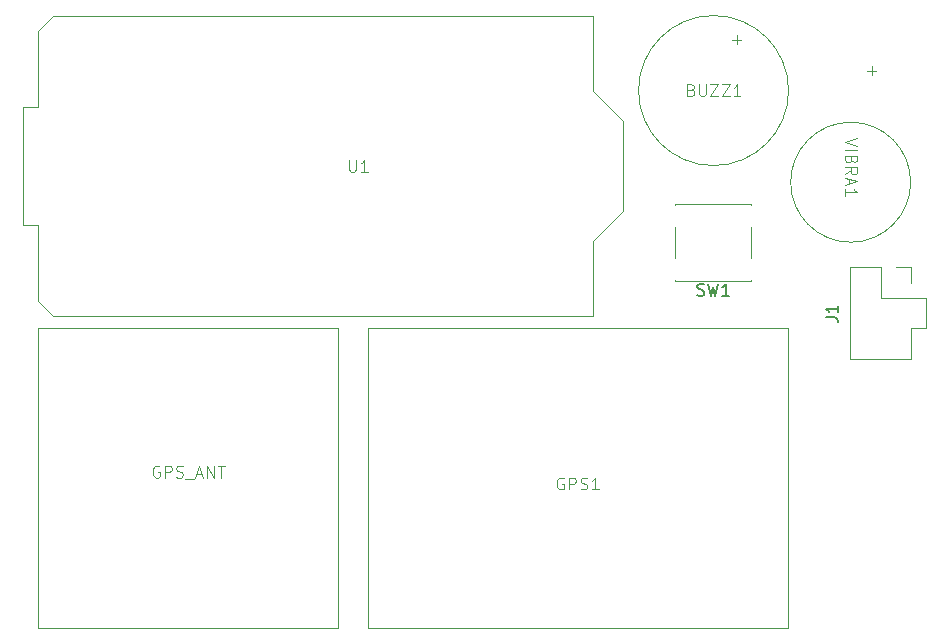
<source format=gbr>
%TF.GenerationSoftware,KiCad,Pcbnew,9.0.0*%
%TF.CreationDate,2025-05-06T12:38:54-07:00*%
%TF.ProjectId,DC33_Cnet_Badge_Main,44433333-5f43-46e6-9574-5f4261646765,rev?*%
%TF.SameCoordinates,Original*%
%TF.FileFunction,Legend,Top*%
%TF.FilePolarity,Positive*%
%FSLAX46Y46*%
G04 Gerber Fmt 4.6, Leading zero omitted, Abs format (unit mm)*
G04 Created by KiCad (PCBNEW 9.0.0) date 2025-05-06 12:38:54*
%MOMM*%
%LPD*%
G01*
G04 APERTURE LIST*
%ADD10C,0.150000*%
%ADD11C,0.100000*%
%ADD12C,0.120000*%
G04 APERTURE END LIST*
D10*
X177136667Y-79007200D02*
X177279524Y-79054819D01*
X177279524Y-79054819D02*
X177517619Y-79054819D01*
X177517619Y-79054819D02*
X177612857Y-79007200D01*
X177612857Y-79007200D02*
X177660476Y-78959580D01*
X177660476Y-78959580D02*
X177708095Y-78864342D01*
X177708095Y-78864342D02*
X177708095Y-78769104D01*
X177708095Y-78769104D02*
X177660476Y-78673866D01*
X177660476Y-78673866D02*
X177612857Y-78626247D01*
X177612857Y-78626247D02*
X177517619Y-78578628D01*
X177517619Y-78578628D02*
X177327143Y-78531009D01*
X177327143Y-78531009D02*
X177231905Y-78483390D01*
X177231905Y-78483390D02*
X177184286Y-78435771D01*
X177184286Y-78435771D02*
X177136667Y-78340533D01*
X177136667Y-78340533D02*
X177136667Y-78245295D01*
X177136667Y-78245295D02*
X177184286Y-78150057D01*
X177184286Y-78150057D02*
X177231905Y-78102438D01*
X177231905Y-78102438D02*
X177327143Y-78054819D01*
X177327143Y-78054819D02*
X177565238Y-78054819D01*
X177565238Y-78054819D02*
X177708095Y-78102438D01*
X178041429Y-78054819D02*
X178279524Y-79054819D01*
X178279524Y-79054819D02*
X178470000Y-78340533D01*
X178470000Y-78340533D02*
X178660476Y-79054819D01*
X178660476Y-79054819D02*
X178898572Y-78054819D01*
X179803333Y-79054819D02*
X179231905Y-79054819D01*
X179517619Y-79054819D02*
X179517619Y-78054819D01*
X179517619Y-78054819D02*
X179422381Y-78197676D01*
X179422381Y-78197676D02*
X179327143Y-78292914D01*
X179327143Y-78292914D02*
X179231905Y-78340533D01*
D11*
X190652580Y-65723810D02*
X189652580Y-66057143D01*
X189652580Y-66057143D02*
X190652580Y-66390476D01*
X189652580Y-66723810D02*
X190652580Y-66723810D01*
X190176390Y-67533333D02*
X190128771Y-67676190D01*
X190128771Y-67676190D02*
X190081152Y-67723809D01*
X190081152Y-67723809D02*
X189985914Y-67771428D01*
X189985914Y-67771428D02*
X189843057Y-67771428D01*
X189843057Y-67771428D02*
X189747819Y-67723809D01*
X189747819Y-67723809D02*
X189700200Y-67676190D01*
X189700200Y-67676190D02*
X189652580Y-67580952D01*
X189652580Y-67580952D02*
X189652580Y-67200000D01*
X189652580Y-67200000D02*
X190652580Y-67200000D01*
X190652580Y-67200000D02*
X190652580Y-67533333D01*
X190652580Y-67533333D02*
X190604961Y-67628571D01*
X190604961Y-67628571D02*
X190557342Y-67676190D01*
X190557342Y-67676190D02*
X190462104Y-67723809D01*
X190462104Y-67723809D02*
X190366866Y-67723809D01*
X190366866Y-67723809D02*
X190271628Y-67676190D01*
X190271628Y-67676190D02*
X190224009Y-67628571D01*
X190224009Y-67628571D02*
X190176390Y-67533333D01*
X190176390Y-67533333D02*
X190176390Y-67200000D01*
X189652580Y-68771428D02*
X190128771Y-68438095D01*
X189652580Y-68200000D02*
X190652580Y-68200000D01*
X190652580Y-68200000D02*
X190652580Y-68580952D01*
X190652580Y-68580952D02*
X190604961Y-68676190D01*
X190604961Y-68676190D02*
X190557342Y-68723809D01*
X190557342Y-68723809D02*
X190462104Y-68771428D01*
X190462104Y-68771428D02*
X190319247Y-68771428D01*
X190319247Y-68771428D02*
X190224009Y-68723809D01*
X190224009Y-68723809D02*
X190176390Y-68676190D01*
X190176390Y-68676190D02*
X190128771Y-68580952D01*
X190128771Y-68580952D02*
X190128771Y-68200000D01*
X189938295Y-69152381D02*
X189938295Y-69628571D01*
X189652580Y-69057143D02*
X190652580Y-69390476D01*
X190652580Y-69390476D02*
X189652580Y-69723809D01*
X189652580Y-70580952D02*
X189652580Y-70009524D01*
X189652580Y-70295238D02*
X190652580Y-70295238D01*
X190652580Y-70295238D02*
X190509723Y-70200000D01*
X190509723Y-70200000D02*
X190414485Y-70104762D01*
X190414485Y-70104762D02*
X190366866Y-70009524D01*
X191888533Y-59613884D02*
X191888533Y-60375789D01*
X191507580Y-59994836D02*
X192269485Y-59994836D01*
D10*
X187994819Y-80898333D02*
X188709104Y-80898333D01*
X188709104Y-80898333D02*
X188851961Y-80945952D01*
X188851961Y-80945952D02*
X188947200Y-81041190D01*
X188947200Y-81041190D02*
X188994819Y-81184047D01*
X188994819Y-81184047D02*
X188994819Y-81279285D01*
X188994819Y-79898333D02*
X188994819Y-80469761D01*
X188994819Y-80184047D02*
X187994819Y-80184047D01*
X187994819Y-80184047D02*
X188137676Y-80279285D01*
X188137676Y-80279285D02*
X188232914Y-80374523D01*
X188232914Y-80374523D02*
X188280533Y-80469761D01*
D11*
X131571428Y-93505038D02*
X131476190Y-93457419D01*
X131476190Y-93457419D02*
X131333333Y-93457419D01*
X131333333Y-93457419D02*
X131190476Y-93505038D01*
X131190476Y-93505038D02*
X131095238Y-93600276D01*
X131095238Y-93600276D02*
X131047619Y-93695514D01*
X131047619Y-93695514D02*
X131000000Y-93885990D01*
X131000000Y-93885990D02*
X131000000Y-94028847D01*
X131000000Y-94028847D02*
X131047619Y-94219323D01*
X131047619Y-94219323D02*
X131095238Y-94314561D01*
X131095238Y-94314561D02*
X131190476Y-94409800D01*
X131190476Y-94409800D02*
X131333333Y-94457419D01*
X131333333Y-94457419D02*
X131428571Y-94457419D01*
X131428571Y-94457419D02*
X131571428Y-94409800D01*
X131571428Y-94409800D02*
X131619047Y-94362180D01*
X131619047Y-94362180D02*
X131619047Y-94028847D01*
X131619047Y-94028847D02*
X131428571Y-94028847D01*
X132047619Y-94457419D02*
X132047619Y-93457419D01*
X132047619Y-93457419D02*
X132428571Y-93457419D01*
X132428571Y-93457419D02*
X132523809Y-93505038D01*
X132523809Y-93505038D02*
X132571428Y-93552657D01*
X132571428Y-93552657D02*
X132619047Y-93647895D01*
X132619047Y-93647895D02*
X132619047Y-93790752D01*
X132619047Y-93790752D02*
X132571428Y-93885990D01*
X132571428Y-93885990D02*
X132523809Y-93933609D01*
X132523809Y-93933609D02*
X132428571Y-93981228D01*
X132428571Y-93981228D02*
X132047619Y-93981228D01*
X133000000Y-94409800D02*
X133142857Y-94457419D01*
X133142857Y-94457419D02*
X133380952Y-94457419D01*
X133380952Y-94457419D02*
X133476190Y-94409800D01*
X133476190Y-94409800D02*
X133523809Y-94362180D01*
X133523809Y-94362180D02*
X133571428Y-94266942D01*
X133571428Y-94266942D02*
X133571428Y-94171704D01*
X133571428Y-94171704D02*
X133523809Y-94076466D01*
X133523809Y-94076466D02*
X133476190Y-94028847D01*
X133476190Y-94028847D02*
X133380952Y-93981228D01*
X133380952Y-93981228D02*
X133190476Y-93933609D01*
X133190476Y-93933609D02*
X133095238Y-93885990D01*
X133095238Y-93885990D02*
X133047619Y-93838371D01*
X133047619Y-93838371D02*
X133000000Y-93743133D01*
X133000000Y-93743133D02*
X133000000Y-93647895D01*
X133000000Y-93647895D02*
X133047619Y-93552657D01*
X133047619Y-93552657D02*
X133095238Y-93505038D01*
X133095238Y-93505038D02*
X133190476Y-93457419D01*
X133190476Y-93457419D02*
X133428571Y-93457419D01*
X133428571Y-93457419D02*
X133571428Y-93505038D01*
X133761905Y-94552657D02*
X134523809Y-94552657D01*
X134714286Y-94171704D02*
X135190476Y-94171704D01*
X134619048Y-94457419D02*
X134952381Y-93457419D01*
X134952381Y-93457419D02*
X135285714Y-94457419D01*
X135619048Y-94457419D02*
X135619048Y-93457419D01*
X135619048Y-93457419D02*
X136190476Y-94457419D01*
X136190476Y-94457419D02*
X136190476Y-93457419D01*
X136523810Y-93457419D02*
X137095238Y-93457419D01*
X136809524Y-94457419D02*
X136809524Y-93457419D01*
X165809523Y-94505038D02*
X165714285Y-94457419D01*
X165714285Y-94457419D02*
X165571428Y-94457419D01*
X165571428Y-94457419D02*
X165428571Y-94505038D01*
X165428571Y-94505038D02*
X165333333Y-94600276D01*
X165333333Y-94600276D02*
X165285714Y-94695514D01*
X165285714Y-94695514D02*
X165238095Y-94885990D01*
X165238095Y-94885990D02*
X165238095Y-95028847D01*
X165238095Y-95028847D02*
X165285714Y-95219323D01*
X165285714Y-95219323D02*
X165333333Y-95314561D01*
X165333333Y-95314561D02*
X165428571Y-95409800D01*
X165428571Y-95409800D02*
X165571428Y-95457419D01*
X165571428Y-95457419D02*
X165666666Y-95457419D01*
X165666666Y-95457419D02*
X165809523Y-95409800D01*
X165809523Y-95409800D02*
X165857142Y-95362180D01*
X165857142Y-95362180D02*
X165857142Y-95028847D01*
X165857142Y-95028847D02*
X165666666Y-95028847D01*
X166285714Y-95457419D02*
X166285714Y-94457419D01*
X166285714Y-94457419D02*
X166666666Y-94457419D01*
X166666666Y-94457419D02*
X166761904Y-94505038D01*
X166761904Y-94505038D02*
X166809523Y-94552657D01*
X166809523Y-94552657D02*
X166857142Y-94647895D01*
X166857142Y-94647895D02*
X166857142Y-94790752D01*
X166857142Y-94790752D02*
X166809523Y-94885990D01*
X166809523Y-94885990D02*
X166761904Y-94933609D01*
X166761904Y-94933609D02*
X166666666Y-94981228D01*
X166666666Y-94981228D02*
X166285714Y-94981228D01*
X167238095Y-95409800D02*
X167380952Y-95457419D01*
X167380952Y-95457419D02*
X167619047Y-95457419D01*
X167619047Y-95457419D02*
X167714285Y-95409800D01*
X167714285Y-95409800D02*
X167761904Y-95362180D01*
X167761904Y-95362180D02*
X167809523Y-95266942D01*
X167809523Y-95266942D02*
X167809523Y-95171704D01*
X167809523Y-95171704D02*
X167761904Y-95076466D01*
X167761904Y-95076466D02*
X167714285Y-95028847D01*
X167714285Y-95028847D02*
X167619047Y-94981228D01*
X167619047Y-94981228D02*
X167428571Y-94933609D01*
X167428571Y-94933609D02*
X167333333Y-94885990D01*
X167333333Y-94885990D02*
X167285714Y-94838371D01*
X167285714Y-94838371D02*
X167238095Y-94743133D01*
X167238095Y-94743133D02*
X167238095Y-94647895D01*
X167238095Y-94647895D02*
X167285714Y-94552657D01*
X167285714Y-94552657D02*
X167333333Y-94505038D01*
X167333333Y-94505038D02*
X167428571Y-94457419D01*
X167428571Y-94457419D02*
X167666666Y-94457419D01*
X167666666Y-94457419D02*
X167809523Y-94505038D01*
X168761904Y-95457419D02*
X168190476Y-95457419D01*
X168476190Y-95457419D02*
X168476190Y-94457419D01*
X168476190Y-94457419D02*
X168380952Y-94600276D01*
X168380952Y-94600276D02*
X168285714Y-94695514D01*
X168285714Y-94695514D02*
X168190476Y-94743133D01*
X147638095Y-67557419D02*
X147638095Y-68366942D01*
X147638095Y-68366942D02*
X147685714Y-68462180D01*
X147685714Y-68462180D02*
X147733333Y-68509800D01*
X147733333Y-68509800D02*
X147828571Y-68557419D01*
X147828571Y-68557419D02*
X148019047Y-68557419D01*
X148019047Y-68557419D02*
X148114285Y-68509800D01*
X148114285Y-68509800D02*
X148161904Y-68462180D01*
X148161904Y-68462180D02*
X148209523Y-68366942D01*
X148209523Y-68366942D02*
X148209523Y-67557419D01*
X149209523Y-68557419D02*
X148638095Y-68557419D01*
X148923809Y-68557419D02*
X148923809Y-67557419D01*
X148923809Y-67557419D02*
X148828571Y-67700276D01*
X148828571Y-67700276D02*
X148733333Y-67795514D01*
X148733333Y-67795514D02*
X148638095Y-67843133D01*
X176619047Y-61623609D02*
X176761904Y-61671228D01*
X176761904Y-61671228D02*
X176809523Y-61718847D01*
X176809523Y-61718847D02*
X176857142Y-61814085D01*
X176857142Y-61814085D02*
X176857142Y-61956942D01*
X176857142Y-61956942D02*
X176809523Y-62052180D01*
X176809523Y-62052180D02*
X176761904Y-62099800D01*
X176761904Y-62099800D02*
X176666666Y-62147419D01*
X176666666Y-62147419D02*
X176285714Y-62147419D01*
X176285714Y-62147419D02*
X176285714Y-61147419D01*
X176285714Y-61147419D02*
X176619047Y-61147419D01*
X176619047Y-61147419D02*
X176714285Y-61195038D01*
X176714285Y-61195038D02*
X176761904Y-61242657D01*
X176761904Y-61242657D02*
X176809523Y-61337895D01*
X176809523Y-61337895D02*
X176809523Y-61433133D01*
X176809523Y-61433133D02*
X176761904Y-61528371D01*
X176761904Y-61528371D02*
X176714285Y-61575990D01*
X176714285Y-61575990D02*
X176619047Y-61623609D01*
X176619047Y-61623609D02*
X176285714Y-61623609D01*
X177285714Y-61147419D02*
X177285714Y-61956942D01*
X177285714Y-61956942D02*
X177333333Y-62052180D01*
X177333333Y-62052180D02*
X177380952Y-62099800D01*
X177380952Y-62099800D02*
X177476190Y-62147419D01*
X177476190Y-62147419D02*
X177666666Y-62147419D01*
X177666666Y-62147419D02*
X177761904Y-62099800D01*
X177761904Y-62099800D02*
X177809523Y-62052180D01*
X177809523Y-62052180D02*
X177857142Y-61956942D01*
X177857142Y-61956942D02*
X177857142Y-61147419D01*
X178238095Y-61147419D02*
X178904761Y-61147419D01*
X178904761Y-61147419D02*
X178238095Y-62147419D01*
X178238095Y-62147419D02*
X178904761Y-62147419D01*
X179190476Y-61147419D02*
X179857142Y-61147419D01*
X179857142Y-61147419D02*
X179190476Y-62147419D01*
X179190476Y-62147419D02*
X179857142Y-62147419D01*
X180761904Y-62147419D02*
X180190476Y-62147419D01*
X180476190Y-62147419D02*
X180476190Y-61147419D01*
X180476190Y-61147419D02*
X180380952Y-61290276D01*
X180380952Y-61290276D02*
X180285714Y-61385514D01*
X180285714Y-61385514D02*
X180190476Y-61433133D01*
X180073884Y-57371466D02*
X180835789Y-57371466D01*
X180454836Y-57752419D02*
X180454836Y-56990514D01*
D12*
%TO.C,SW1*%
X175240000Y-71320000D02*
X175240000Y-71350000D01*
X175240000Y-75850000D02*
X175240000Y-73250000D01*
X175240000Y-77780000D02*
X175240000Y-77750000D01*
X181700000Y-71320000D02*
X175240000Y-71320000D01*
X181700000Y-71320000D02*
X181700000Y-71350000D01*
X181700000Y-75850000D02*
X181700000Y-73250000D01*
X181700000Y-77750000D02*
X181700000Y-77780000D01*
X181700000Y-77780000D02*
X175240000Y-77780000D01*
D11*
%TO.C,VIBRA1*%
X195190000Y-69450000D02*
G75*
G02*
X185030000Y-69450000I-5080000J0D01*
G01*
X185030000Y-69450000D02*
G75*
G02*
X195190000Y-69450000I5080000J0D01*
G01*
D12*
%TO.C,J1*%
X190057500Y-76655000D02*
X190057500Y-84395000D01*
X190057500Y-76655000D02*
X192657500Y-76655000D01*
X190057500Y-84395000D02*
X195257500Y-84395000D01*
X192657500Y-76655000D02*
X192657500Y-79255000D01*
X192657500Y-79255000D02*
X195257500Y-79255000D01*
X193927500Y-76655000D02*
X195257500Y-76655000D01*
X195257500Y-76655000D02*
X195257500Y-77985000D01*
D11*
X195257500Y-79255000D02*
X196467500Y-79255000D01*
D12*
X195257500Y-81795000D02*
X195257500Y-84395000D01*
D11*
X196467500Y-79255000D02*
X196467500Y-81795000D01*
X196467500Y-81795000D02*
X195197500Y-81795000D01*
%TO.C,GPS_ANT*%
X121287300Y-81800000D02*
X146712700Y-81800000D01*
X146712700Y-107200000D01*
X121287300Y-107200000D01*
X121287300Y-81800000D01*
%TO.C,GPS1*%
X184792700Y-107200000D02*
X149207300Y-107200000D01*
X149207300Y-81800000D01*
X184792700Y-81800000D01*
X184792700Y-107200000D01*
%TO.C,U1*%
X170850000Y-71880000D02*
X168310000Y-74420000D01*
X170850000Y-64260000D02*
X170850000Y-71880000D01*
X168310000Y-80770000D02*
X122590000Y-80770000D01*
X168310000Y-74420000D02*
X168310000Y-80770000D01*
X168310000Y-61720000D02*
X170850000Y-64260000D01*
X168310000Y-61720000D02*
X168310000Y-55370000D01*
X168310000Y-55370000D02*
X122590000Y-55370000D01*
X122590000Y-80770000D02*
X121320000Y-79500000D01*
X122590000Y-55370000D02*
X121320000Y-56640000D01*
X121320000Y-79500000D02*
X121320000Y-73070000D01*
X121320000Y-63070000D02*
X120050000Y-63070000D01*
X121320000Y-56640000D02*
X121320000Y-63070000D01*
X120050000Y-73070000D02*
X121320000Y-73070000D01*
X120050000Y-73070000D02*
X120050000Y-63070000D01*
%TO.C,BUZZ1*%
X184850000Y-61690000D02*
G75*
G02*
X172150000Y-61690000I-6350000J0D01*
G01*
X172150000Y-61690000D02*
G75*
G02*
X184850000Y-61690000I6350000J0D01*
G01*
%TD*%
M02*

</source>
